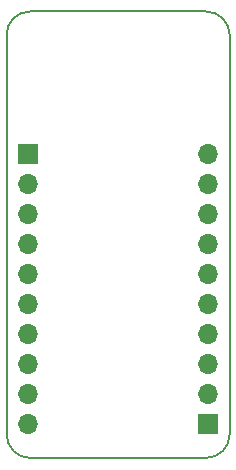
<source format=gbr>
G04 #@! TF.GenerationSoftware,KiCad,Pcbnew,5.1.6-c6e7f7d~86~ubuntu20.04.1*
G04 #@! TF.CreationDate,2020-05-17T01:16:49+03:00*
G04 #@! TF.ProjectId,BRK-TSSOP-20-4.4x6.5-P0.65,42524b2d-5453-4534-9f50-2d32302d342e,v1.0*
G04 #@! TF.SameCoordinates,Original*
G04 #@! TF.FileFunction,Copper,L2,Bot*
G04 #@! TF.FilePolarity,Positive*
%FSLAX46Y46*%
G04 Gerber Fmt 4.6, Leading zero omitted, Abs format (unit mm)*
G04 Created by KiCad (PCBNEW 5.1.6-c6e7f7d~86~ubuntu20.04.1) date 2020-05-17 01:16:49*
%MOMM*%
%LPD*%
G01*
G04 APERTURE LIST*
G04 #@! TA.AperFunction,Profile*
%ADD10C,0.150000*%
G04 #@! TD*
G04 #@! TA.AperFunction,ComponentPad*
%ADD11O,1.700000X1.700000*%
G04 #@! TD*
G04 #@! TA.AperFunction,ComponentPad*
%ADD12R,1.700000X1.700000*%
G04 #@! TD*
G04 APERTURE END LIST*
D10*
X53000000Y-85800000D02*
G75*
G02*
X51000000Y-83800000I0J2000000D01*
G01*
X69900000Y-83800000D02*
G75*
G02*
X67900000Y-85800000I-2000000J0D01*
G01*
X67900000Y-48000000D02*
G75*
G02*
X69900000Y-50000000I0J-2000000D01*
G01*
X51000000Y-50000000D02*
G75*
G02*
X53000000Y-48000000I2000000J0D01*
G01*
X67900000Y-85800000D02*
X53000000Y-85800000D01*
X69900000Y-50000000D02*
X69900000Y-83800000D01*
X53000000Y-48000000D02*
X67900000Y-48000000D01*
X51000000Y-83800000D02*
X51000000Y-50000000D01*
D11*
X68040000Y-60100000D03*
X68040000Y-62640000D03*
X68040000Y-65180000D03*
X68040000Y-67720000D03*
X68040000Y-70260000D03*
X68040000Y-72800000D03*
X68040000Y-75340000D03*
X68040000Y-77880000D03*
X68040000Y-80420000D03*
D12*
X68040000Y-82960000D03*
D11*
X52800000Y-82960000D03*
X52800000Y-80420000D03*
X52800000Y-77880000D03*
X52800000Y-75340000D03*
X52800000Y-72800000D03*
X52800000Y-70260000D03*
X52800000Y-67720000D03*
X52800000Y-65180000D03*
X52800000Y-62640000D03*
D12*
X52800000Y-60100000D03*
M02*

</source>
